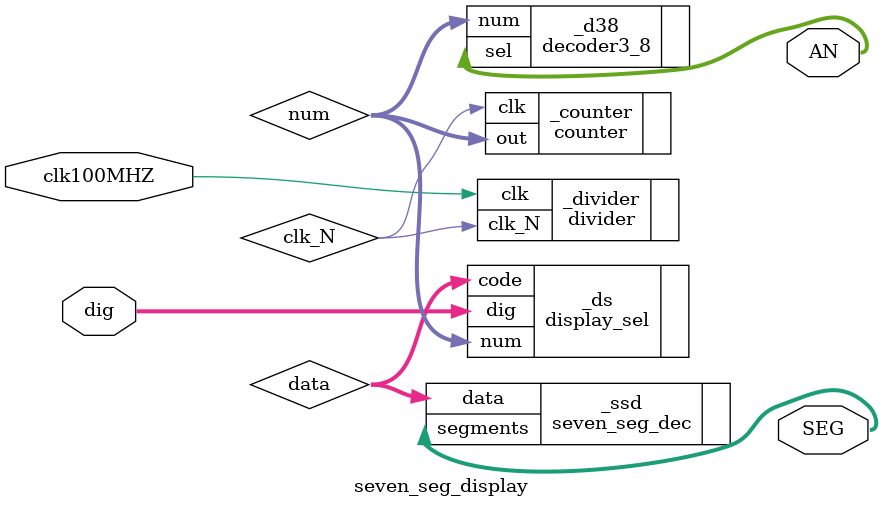
<source format=v>
`timescale 1ns / 1ps

module seven_seg_display(
	input             clk100MHZ,
    input [14:0]      dig,
    output [7:0]      SEG,
    output [7:0]      AN
);
	wire		clk_N;
	wire [2:0]	num;
	wire [4:0]	data;

	divider #(5000) _divider(.clk(clk100MHZ), .clk_N(clk_N));

    counter _counter(.clk(clk_N), .out(num));

	decoder3_8 _d38(.num(num), .sel(AN));

	display_sel _ds(.num(num), .dig(dig), .code(data));

	seven_seg_dec _ssd(.data(data), .segments(SEG));

endmodule

</source>
